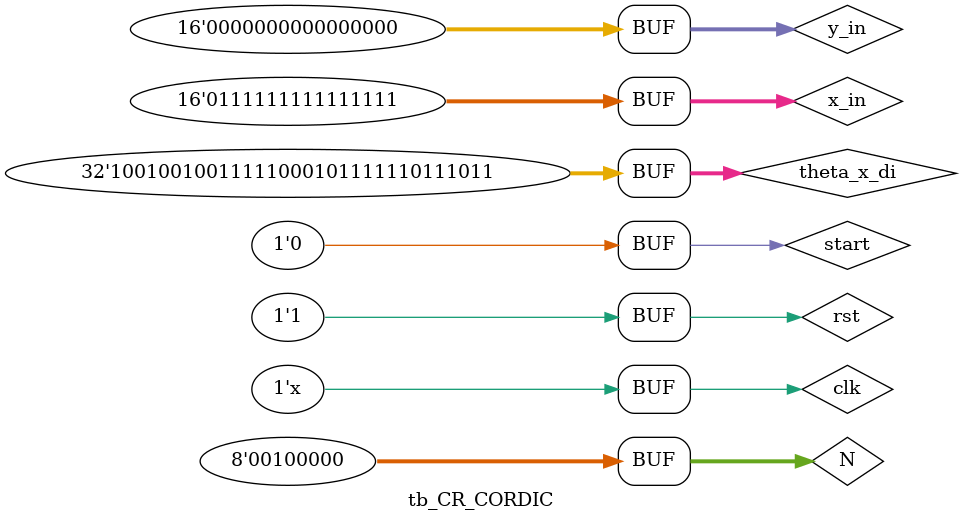
<source format=v>
`timescale 1ns / 1ps


module tb_CR_CORDIC;

	// Inputs
	reg clk;
	reg rst;
	reg start;
	reg [15:0] x_in;
	reg [15:0] y_in;
	reg [31:0] theta_x_di;
	reg [7:0] N;

	// Outputs
	wire [15:0] cos_theta;
	wire [15:0] sin_theta;

	// Instantiate the Unit Under Test (UUT)
	CR_CORDIC uut (
		.clk(clk), 
		.rst(rst), 
		.start(start), 
		.x_in(x_in), 
		.y_in(y_in), 
		.theta_x_di(theta_x_di), 
		.N(N), 
		.cos_theta(cos_theta), 
		.sin_theta(sin_theta)
	);
	
	always
	begin
	#5 clk = !clk;
	end

	initial begin
		// Initialize Inputs
		clk = 0;
		rst = 0;
		start = 0;
		x_in = 0;
		y_in = 0;
		theta_x_di = 0;
		N = 0;

		// Wait 100 ns for global reset to finish
		#100;
		rst = 1;
		#100;
        
		// Add stimulus here
		N		<= 'd32;
		theta_x_di	<= 32'b10010010011111000101111110111011;//for 70degree
		x_in	<= 16'h7fff;		//1
		y_in	<= 16'h0000;		//0
		
		start	<= 1;
		#10;
		
		start	<= 0;

	end
      
endmodule


</source>
